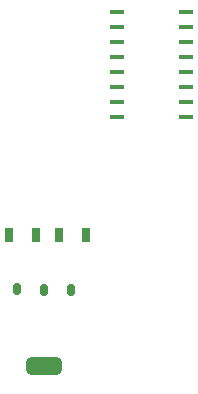
<source format=gbp>
G04*
G04 #@! TF.GenerationSoftware,Altium Limited,Altium Designer,21.6.1 (37)*
G04*
G04 Layer_Color=128*
%FSTAX24Y24*%
%MOIN*%
G70*
G04*
G04 #@! TF.SameCoordinates,59C10F7D-216A-4877-8410-82FF31B31C47*
G04*
G04*
G04 #@! TF.FilePolarity,Positive*
G04*
G01*
G75*
%ADD16R,0.0300X0.0488*%
%ADD44R,0.0500X0.0180*%
G04:AMPARAMS|DCode=45|XSize=39.4mil|YSize=27.6mil|CornerRadius=6.9mil|HoleSize=0mil|Usage=FLASHONLY|Rotation=90.000|XOffset=0mil|YOffset=0mil|HoleType=Round|Shape=RoundedRectangle|*
%AMROUNDEDRECTD45*
21,1,0.0394,0.0138,0,0,90.0*
21,1,0.0256,0.0276,0,0,90.0*
1,1,0.0138,0.0069,0.0128*
1,1,0.0138,0.0069,-0.0128*
1,1,0.0138,-0.0069,-0.0128*
1,1,0.0138,-0.0069,0.0128*
%
%ADD45ROUNDEDRECTD45*%
G04:AMPARAMS|DCode=46|XSize=59.1mil|YSize=118.1mil|CornerRadius=14.8mil|HoleSize=0mil|Usage=FLASHONLY|Rotation=90.000|XOffset=0mil|YOffset=0mil|HoleType=Round|Shape=RoundedRectangle|*
%AMROUNDEDRECTD46*
21,1,0.0591,0.0886,0,0,90.0*
21,1,0.0295,0.1181,0,0,90.0*
1,1,0.0295,0.0443,0.0148*
1,1,0.0295,0.0443,-0.0148*
1,1,0.0295,-0.0443,-0.0148*
1,1,0.0295,-0.0443,0.0148*
%
%ADD46ROUNDEDRECTD46*%
D16*
X0542Y02645D02*
D03*
X0533D02*
D03*
X05585D02*
D03*
X05495D02*
D03*
D44*
X059198Y0304D02*
D03*
Y0309D02*
D03*
Y0314D02*
D03*
Y0319D02*
D03*
Y0324D02*
D03*
Y0329D02*
D03*
Y0334D02*
D03*
Y0339D02*
D03*
X056902Y0339D02*
D03*
Y0334D02*
D03*
Y0329D02*
D03*
Y0324D02*
D03*
Y0319D02*
D03*
Y0314D02*
D03*
Y0309D02*
D03*
Y0304D02*
D03*
D45*
X05355Y02465D02*
D03*
X054456Y02464D02*
D03*
X055371D02*
D03*
D46*
X054456Y022082D02*
D03*
M02*

</source>
